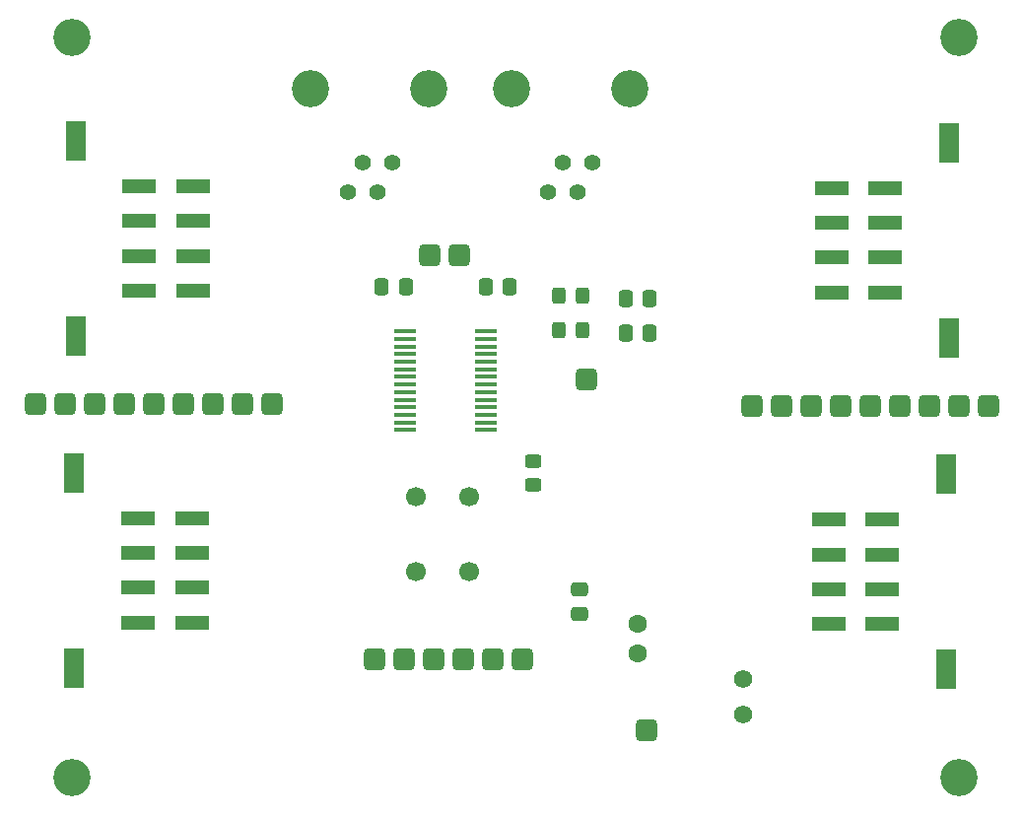
<source format=gbr>
%TF.GenerationSoftware,KiCad,Pcbnew,9.0.5*%
%TF.CreationDate,2025-11-19T11:21:45-07:00*%
%TF.ProjectId,USlave,55536c61-7665-42e6-9b69-6361645f7063,rev?*%
%TF.SameCoordinates,Original*%
%TF.FileFunction,Soldermask,Top*%
%TF.FilePolarity,Negative*%
%FSLAX46Y46*%
G04 Gerber Fmt 4.6, Leading zero omitted, Abs format (unit mm)*
G04 Created by KiCad (PCBNEW 9.0.5) date 2025-11-19 11:21:45*
%MOMM*%
%LPD*%
G01*
G04 APERTURE LIST*
G04 Aperture macros list*
%AMRoundRect*
0 Rectangle with rounded corners*
0 $1 Rounding radius*
0 $2 $3 $4 $5 $6 $7 $8 $9 X,Y pos of 4 corners*
0 Add a 4 corners polygon primitive as box body*
4,1,4,$2,$3,$4,$5,$6,$7,$8,$9,$2,$3,0*
0 Add four circle primitives for the rounded corners*
1,1,$1+$1,$2,$3*
1,1,$1+$1,$4,$5*
1,1,$1+$1,$6,$7*
1,1,$1+$1,$8,$9*
0 Add four rect primitives between the rounded corners*
20,1,$1+$1,$2,$3,$4,$5,0*
20,1,$1+$1,$4,$5,$6,$7,0*
20,1,$1+$1,$6,$7,$8,$9,0*
20,1,$1+$1,$8,$9,$2,$3,0*%
G04 Aperture macros list end*
%ADD10RoundRect,0.250000X-0.337500X-0.475000X0.337500X-0.475000X0.337500X0.475000X-0.337500X0.475000X0*%
%ADD11RoundRect,0.476250X0.476250X0.476250X-0.476250X0.476250X-0.476250X-0.476250X0.476250X-0.476250X0*%
%ADD12RoundRect,0.476250X-0.476250X-0.476250X0.476250X-0.476250X0.476250X0.476250X-0.476250X0.476250X0*%
%ADD13R,2.921000X1.270000*%
%ADD14R,1.651000X3.429000*%
%ADD15RoundRect,0.100000X0.850000X0.100000X-0.850000X0.100000X-0.850000X-0.100000X0.850000X-0.100000X0*%
%ADD16RoundRect,0.250000X0.450000X-0.325000X0.450000X0.325000X-0.450000X0.325000X-0.450000X-0.325000X0*%
%ADD17C,3.200000*%
%ADD18RoundRect,0.250000X-0.325000X-0.450000X0.325000X-0.450000X0.325000X0.450000X-0.325000X0.450000X0*%
%ADD19RoundRect,0.250000X0.337500X0.475000X-0.337500X0.475000X-0.337500X-0.475000X0.337500X-0.475000X0*%
%ADD20RoundRect,0.250000X0.475000X-0.337500X0.475000X0.337500X-0.475000X0.337500X-0.475000X-0.337500X0*%
%ADD21C,1.574800*%
%ADD22C,1.400000*%
%ADD23C,1.700000*%
%ADD24C,1.600000*%
G04 APERTURE END LIST*
D10*
%TO.C,R6*%
X199962500Y-73000000D03*
X202037500Y-73000000D03*
%TD*%
D11*
%TO.C,J3*%
X191080000Y-101000000D03*
X188540000Y-101000000D03*
X186000000Y-101000000D03*
X183460000Y-101000000D03*
X180920000Y-101000000D03*
X178380000Y-101000000D03*
%TD*%
D12*
%TO.C,R2*%
X210802999Y-79250000D03*
X213342999Y-79250000D03*
X215882999Y-79250000D03*
X218422999Y-79250000D03*
X220962999Y-79250000D03*
X223502999Y-79250000D03*
X226042999Y-79250000D03*
X228582999Y-79250000D03*
X231127441Y-79259999D03*
%TD*%
D13*
%TO.C,J9*%
X222300000Y-60500001D03*
X222300000Y-63500000D03*
X222300000Y-66500000D03*
X222300000Y-69499999D03*
X217670001Y-60500001D03*
X217670001Y-63500000D03*
X217670001Y-66500000D03*
X217670001Y-69499999D03*
D14*
X227770001Y-73385000D03*
X227770001Y-56615000D03*
%TD*%
D15*
%TO.C,U1*%
X188000000Y-81300000D03*
X188000000Y-80650000D03*
X188000000Y-80000000D03*
X188000000Y-79350000D03*
X188000000Y-78700000D03*
X188000000Y-78050000D03*
X188000000Y-77400000D03*
X188000000Y-76750000D03*
X188000000Y-76100000D03*
X188000000Y-75450000D03*
X188000000Y-74800000D03*
X188000000Y-74150000D03*
X188000000Y-73500000D03*
X188000000Y-72850000D03*
X181000000Y-72850000D03*
X181000000Y-73500000D03*
X181000000Y-74150000D03*
X181000000Y-74800000D03*
X181000000Y-75450000D03*
X181000000Y-76100000D03*
X181000000Y-76750000D03*
X181000000Y-77400000D03*
X181000000Y-78050000D03*
X181000000Y-78700000D03*
X181000000Y-79350000D03*
X181000000Y-80000000D03*
X181000000Y-80650000D03*
X181000000Y-81300000D03*
%TD*%
D16*
%TO.C,D1*%
X192000000Y-84000000D03*
X192000000Y-86032000D03*
%TD*%
D13*
%TO.C,J6*%
X158192538Y-69366816D03*
X158192538Y-66366817D03*
X158192538Y-63366817D03*
X158192538Y-60366818D03*
X162822537Y-69366816D03*
X162822537Y-66366817D03*
X162822537Y-63366817D03*
X162822537Y-60366818D03*
D14*
X152722537Y-56481817D03*
X152722537Y-73251817D03*
%TD*%
D17*
%TO.C,REF\u002A\u002A*%
X152400000Y-47600000D03*
%TD*%
D18*
%TO.C,D2*%
X196270000Y-72762000D03*
X194238000Y-72762000D03*
%TD*%
D19*
%TO.C,R4*%
X190037500Y-69000000D03*
X187962500Y-69000000D03*
%TD*%
D13*
%TO.C,J8*%
X222042998Y-89000000D03*
X222042998Y-91999999D03*
X222042998Y-94999999D03*
X222042998Y-97999998D03*
X217412999Y-89000000D03*
X217412999Y-91999999D03*
X217412999Y-94999999D03*
X217412999Y-97999998D03*
D14*
X227512999Y-101884999D03*
X227512999Y-85114999D03*
%TD*%
D17*
%TO.C,REF\u002A\u002A*%
X228600000Y-47600000D03*
%TD*%
D11*
%TO.C,J2*%
X185680000Y-66300000D03*
X183140000Y-66300000D03*
%TD*%
D12*
%TO.C,TP1*%
X201800000Y-107100000D03*
%TD*%
D13*
%TO.C,J7*%
X158079539Y-97866815D03*
X158079539Y-94866816D03*
X158079539Y-91866816D03*
X158079539Y-88866817D03*
X162709538Y-97866815D03*
X162709538Y-94866816D03*
X162709538Y-91866816D03*
X162709538Y-88866817D03*
D14*
X152609538Y-84981816D03*
X152609538Y-101751816D03*
%TD*%
D20*
%TO.C,R1*%
X196000000Y-97075000D03*
X196000000Y-95000000D03*
%TD*%
D21*
%TO.C,J1*%
X210039600Y-105735700D03*
X210039600Y-102735701D03*
%TD*%
D17*
%TO.C,REF\u002A\u002A*%
X228600000Y-111200000D03*
%TD*%
%TO.C,J5*%
X200302401Y-51978877D03*
X190142401Y-51978877D03*
D22*
X197127401Y-58328877D03*
X195857401Y-60868877D03*
X194587401Y-58328877D03*
X193317401Y-60868877D03*
%TD*%
D10*
%TO.C,R7*%
X199962500Y-70000000D03*
X202037500Y-70000000D03*
%TD*%
D17*
%TO.C,J4*%
X183080000Y-52000000D03*
X172920000Y-52000000D03*
D22*
X179905000Y-58350000D03*
X178635000Y-60890000D03*
X177365000Y-58350000D03*
X176095000Y-60890000D03*
%TD*%
D11*
%TO.C,R3*%
X169600000Y-79100000D03*
X167060000Y-79100000D03*
X164520000Y-79100000D03*
X161980000Y-79100000D03*
X159440000Y-79100000D03*
X156900000Y-79100000D03*
X154360000Y-79100000D03*
X151820000Y-79100000D03*
X149275558Y-79090001D03*
%TD*%
D23*
%TO.C,SW1*%
X182000000Y-93500000D03*
X182000000Y-87000000D03*
X186500000Y-93500000D03*
X186500000Y-87000000D03*
%TD*%
D10*
%TO.C,R5*%
X179000000Y-69000000D03*
X181075000Y-69000000D03*
%TD*%
D12*
%TO.C,TP2*%
X196600000Y-77000000D03*
%TD*%
D18*
%TO.C,D3*%
X196270000Y-69762000D03*
X194238000Y-69762000D03*
%TD*%
D24*
%TO.C,C1*%
X201000000Y-98000000D03*
X201000000Y-100500000D03*
%TD*%
D17*
%TO.C,REF\u002A\u002A*%
X152400000Y-111200000D03*
%TD*%
M02*

</source>
